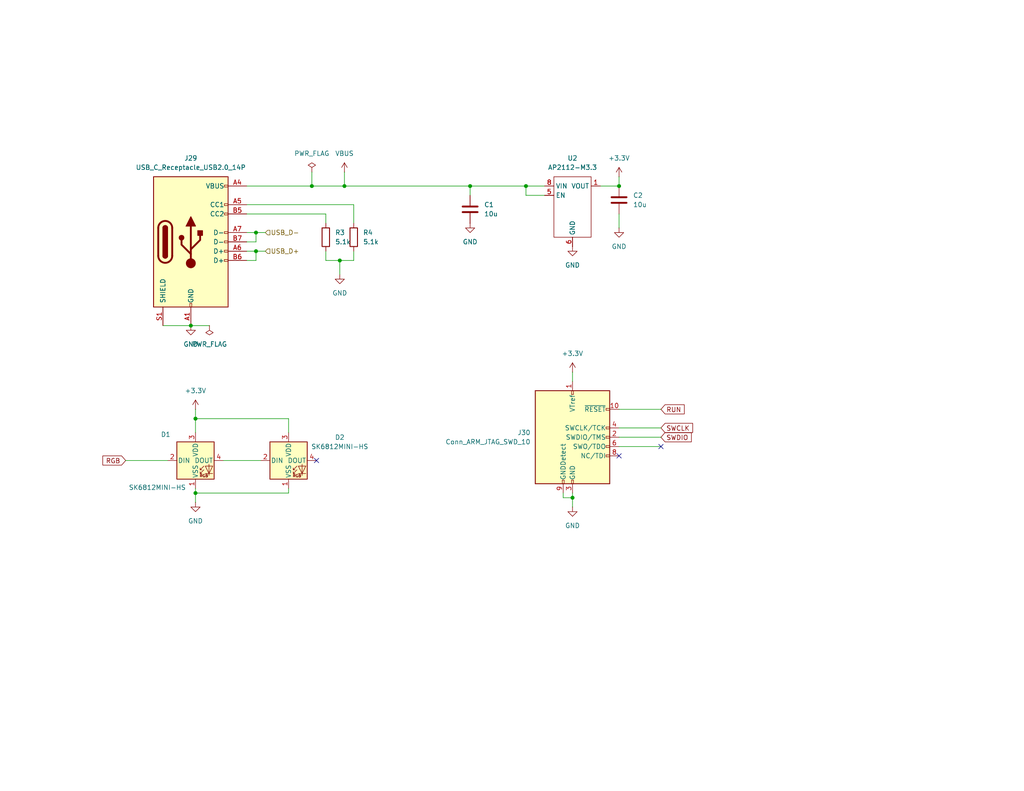
<source format=kicad_sch>
(kicad_sch (version 20231120) (generator "eeschema") (generator_version "8.0")
  (paper "A")
  (title_block (title "Jolt 2 - Left"))
  (lib_symbols
    (symbol "Connector:USB_C_Receptacle_USB2.0_14P" (pin_names (offset 1.016))
      (property "Reference" "J" (at 0 22.225 0))
      (property "Value" "USB_C_Receptacle_USB2.0_14P" (at 0 19.685 0))
      (symbol "USB_C_Receptacle_USB2.0_14P_0_0"
        (rectangle (start -0.254 -17.78) (end 0.254 -16.764))
        (rectangle (start 10.16 -4.826) (end 9.144 -5.334))
        (rectangle (start 10.16 -2.286) (end 9.144 -2.794))
        (rectangle (start 10.16 0.254) (end 9.144 -0.254))
        (rectangle (start 10.16 2.794) (end 9.144 2.286))
        (rectangle (start 10.16 7.874) (end 9.144 7.366))
        (rectangle (start 10.16 10.414) (end 9.144 9.906))
        (rectangle (start 10.16 15.494) (end 9.144 14.986))
      )
      (symbol "USB_C_Receptacle_USB2.0_14P_0_1"
        (rectangle (start -10.16 17.78) (end 10.16 -17.78) (stroke (width 0.254)) (fill (type background)))
        (arc (start -8.89 -3.81) (mid -6.985 -5.7067) (end -5.08 -3.81) (stroke (width 0.508)))
        (arc (start -7.62 -3.81) (mid -6.985 -4.4423) (end -6.35 -3.81) (stroke (width 0.254)))
        (arc (start -7.62 -3.81) (mid -6.985 -4.4423) (end -6.35 -3.81) (stroke (width 0.254)) (fill (type outline)))
        (rectangle (start -7.62 -3.81) (end -6.35 3.81) (stroke (width 0.254)) (fill (type outline)))
        (arc (start -6.35 3.81) (mid -6.985 4.4423) (end -7.62 3.81) (stroke (width 0.254)))
        (arc (start -6.35 3.81) (mid -6.985 4.4423) (end -7.62 3.81) (stroke (width 0.254)) (fill (type outline)))
        (arc (start -5.08 3.81) (mid -6.985 5.7067) (end -8.89 3.81) (stroke (width 0.508)))
        (circle (center -2.54 1.143) (radius 0.635) (stroke (width 0.254)) (fill (type outline)))
        (circle (center 0 -5.842) (radius 1.27) (fill (type outline)))
        (polyline (pts (xy -8.89 -3.81) (xy -8.89 3.81)) (stroke (width 0.508)))
        (polyline (pts (xy -5.08 3.81) (xy -5.08 -3.81)) (stroke (width 0.508)))
        (polyline (pts (xy 0 -5.842) (xy 0 4.318)) (stroke (width 0.508)))
        (polyline (pts (xy 0 -3.302) (xy -2.54 -0.762) (xy -2.54 0.508)) (stroke (width 0.508)))
        (polyline (pts (xy 0 -2.032) (xy 2.54 0.508) (xy 2.54 1.778)) (stroke (width 0.508)))
        (polyline (pts (xy -1.27 4.318) (xy 0 6.858) (xy 1.27 4.318) (xy -1.27 4.318)) (stroke (width 0.254)) (fill (type outline)))
        (rectangle (start 1.905 1.778) (end 3.175 3.048) (stroke (width 0.254)) (fill (type outline)))
      )
      (symbol "USB_C_Receptacle_USB2.0_14P_1_1"
        (pin passive line (at 0 -22.86 90) (length 5.08) (name "GND") (number "A1"))
        (pin passive line (at 0 -22.86 90) (length 5.08) hide (name "GND") (number "A12"))
        (pin passive line (at 15.24 15.24 180) (length 5.08) (name "VBUS") (number "A4"))
        (pin bidirectional line (at 15.24 10.16 180) (length 5.08) (name "CC1") (number "A5"))
        (pin bidirectional line (at 15.24 -2.54 180) (length 5.08) (name "D+") (number "A6"))
        (pin bidirectional line (at 15.24 2.54 180) (length 5.08) (name "D-") (number "A7"))
        (pin passive line (at 15.24 15.24 180) (length 5.08) hide (name "VBUS") (number "A9"))
        (pin passive line (at 0 -22.86 90) (length 5.08) hide (name "GND") (number "B1"))
        (pin passive line (at 0 -22.86 90) (length 5.08) hide (name "GND") (number "B12"))
        (pin passive line (at 15.24 15.24 180) (length 5.08) hide (name "VBUS") (number "B4"))
        (pin bidirectional line (at 15.24 7.62 180) (length 5.08) (name "CC2") (number "B5"))
        (pin bidirectional line (at 15.24 -5.08 180) (length 5.08) (name "D+") (number "B6"))
        (pin bidirectional line (at 15.24 0 180) (length 5.08) (name "D-") (number "B7"))
        (pin passive line (at 15.24 15.24 180) (length 5.08) hide (name "VBUS") (number "B9"))
        (pin passive line (at -7.62 -22.86 90) (length 5.08) (name "SHIELD") (number "S1"))
      )
    )
    (symbol "David Brown Keyboard Parts:AP2112M-3.3"
      (property "Reference" "U" (at 0 8.636 0))
      (symbol "AP2112M-3.3_0_1"
        (rectangle (start 5.08 -11.43) (end -5.08 5.08))
      )
      (symbol "AP2112M-3.3_1_1"
        (pin power_out line (at 7.62 2.54 180) (length 2.54) (name "VOUT") (number "1"))
        (pin no_connect line (at 7.62 0 180) (length 2.54) hide (name "NC2") (number "2"))
        (pin no_connect line (at 7.62 -2.54 180) (length 2.54) hide (name "NC3") (number "3"))
        (pin no_connect line (at 7.62 -5.08 180) (length 2.54) hide (name "NC4") (number "4"))
        (pin input line (at -7.62 0 0) (length 2.54) (name "EN") (number "5"))
        (pin power_in line (at 0 -13.97 90) (length 2.54) (name "GND") (number "6"))
        (pin power_in line (at 2.54 -13.97 90) (length 2.54) hide (name "GND") (number "7"))
        (pin power_in line (at -7.62 2.54 0) (length 2.54) (name "VIN") (number "8"))
      )
    )
    (symbol "David Brown Keyboard Parts:Conn_ARM_JTAG_SWD_10" (pin_names (offset 1.016))
      (property "Reference" "J3" (at -11.43 1.2701 0))
      (property "Value" "Conn_ARM_JTAG_SWD_10" (at -11.43 -1.2699 0))
      (symbol "Conn_ARM_JTAG_SWD_10_0_1"
        (rectangle (start -10.16 12.7) (end 10.16 -12.7) (stroke (width 0.254)) (fill (type background)))
        (rectangle (start -2.794 -12.7) (end -2.286 -11.684))
        (rectangle (start -0.254 -12.7) (end 0.254 -11.684))
        (rectangle (start -0.254 12.7) (end 0.254 11.684))
        (rectangle (start 9.144 2.286) (end 10.16 2.794))
        (rectangle (start 10.16 -2.794) (end 9.144 -2.286))
        (rectangle (start 10.16 -0.254) (end 9.144 0.254))
        (rectangle (start 10.16 7.874) (end 9.144 7.366))
      )
      (symbol "Conn_ARM_JTAG_SWD_10_1_1"
        (rectangle (start 9.144 -5.334) (end 10.16 -4.826))
        (pin power_in line (at 0 15.24 270) (length 2.54) (name "VTref") (number "1"))
        (pin output line (at 12.7 7.62 180) (length 2.54) (name "~{RESET}") (number "10"))
        (pin bidirectional line (at 12.7 0 180) (length 2.54) (name "SWDIO/TMS") (number "2"))
        (pin power_in line (at 0 -15.24 90) (length 2.54) (name "GND") (number "3"))
        (pin output line (at 12.7 2.54 180) (length 2.54) (name "SWCLK/TCK") (number "4"))
        (pin passive line (at 0 -15.24 90) (length 2.54) hide (name "GND") (number "5"))
        (pin input line (at 12.7 -2.54 180) (length 2.54) (name "SWO/TDO") (number "6"))
        (pin no_connect line (at -10.16 0 0) (length 2.54) hide (name "KEY") (number "7"))
        (pin output line (at 12.7 -5.08 180) (length 2.54) (name "NC/TDI") (number "8"))
        (pin passive line (at -2.54 -15.24 90) (length 2.54) (name "GNDDetect") (number "9"))
      )
    )
    (symbol "David Brown Keyboard Parts:SK6812MINI-HS" (pin_names (offset 0.254))
      (property "Reference" "D" (at 5.08 5.715 0))
      (property "Value" "SK6812MINI-HS" (at 1.27 -5.715 0))
      (symbol "SK6812MINI-HS_0_0"
        (text "RGB" (at 2.286 -4.191 0) (effects (font (size 0.762 0.762))))
      )
      (symbol "SK6812MINI-HS_0_1"
        (polyline (pts (xy 1.27 -3.556) (xy 1.778 -3.556)))
        (polyline (pts (xy 1.27 -2.54) (xy 1.778 -2.54)))
        (polyline (pts (xy 4.699 -3.556) (xy 2.667 -3.556)))
        (polyline (pts (xy 2.286 -2.54) (xy 1.27 -3.556) (xy 1.27 -3.048)))
        (polyline (pts (xy 2.286 -1.524) (xy 1.27 -2.54) (xy 1.27 -2.032)))
        (polyline (pts (xy 3.683 -1.016) (xy 3.683 -3.556) (xy 3.683 -4.064)))
        (polyline (pts (xy 4.699 -1.524) (xy 2.667 -1.524) (xy 3.683 -3.556) (xy 4.699 -1.524)))
        (rectangle (start 5.08 5.08) (end -5.08 -5.08) (stroke (width 0.254)) (fill (type background)))
      )
      (symbol "SK6812MINI-HS_1_1"
        (pin power_in line (at 0 -7.62 90) (length 2.54) (name "VSS") (number "1"))
        (pin input line (at -7.62 0 0) (length 2.54) (name "DIN") (number "2"))
        (pin power_in line (at 0 7.62 270) (length 2.54) (name "VDD") (number "3"))
        (pin output line (at 7.62 0 180) (length 2.54) (name "DOUT") (number "4"))
      )
    )
    (symbol "Device:C" (pin_numbers hide) (pin_names (offset 0.254))
      (property "Reference" "C" (at 0.635 2.54 0))
      (property "Value" "C" (at 0.635 -2.54 0))
      (symbol "C_0_1"
        (polyline (pts (xy -2.032 -0.762) (xy 2.032 -0.762)) (stroke (width 0.508)))
        (polyline (pts (xy -2.032 0.762) (xy 2.032 0.762)) (stroke (width 0.508)))
      )
      (symbol "C_1_1"
        (pin passive line (at 0 3.81 270) (length 2.794) (name "~") (number "1"))
        (pin passive line (at 0 -3.81 90) (length 2.794) (name "~") (number "2"))
      )
    )
    (symbol "Device:R" (pin_numbers hide) (pin_names (offset 0))
      (property "Reference" "R" (at 2.032 0 90))
      (property "Value" "R" (at 0 0 90))
      (symbol "R_0_1"
        (rectangle (start -1.016 -2.54) (end 1.016 2.54) (stroke (width 0.254)))
      )
      (symbol "R_1_1"
        (pin passive line (at 0 3.81 270) (length 1.27) (name "~") (number "1"))
        (pin passive line (at 0 -3.81 90) (length 1.27) (name "~") (number "2"))
      )
    )
    (symbol "SK6812MINI-HS_1" (pin_names (offset 0.254))
      (property "Reference" "D" (at 5.08 5.715 0))
      (property "Value" "SK6812MINI-HS" (at 1.27 -5.715 0))
      (symbol "SK6812MINI-HS_1_0_0"
        (text "RGB" (at 2.286 -4.191 0) (effects (font (size 0.762 0.762))))
      )
      (symbol "SK6812MINI-HS_1_0_1"
        (polyline (pts (xy 1.27 -3.556) (xy 1.778 -3.556)))
        (polyline (pts (xy 1.27 -2.54) (xy 1.778 -2.54)))
        (polyline (pts (xy 4.699 -3.556) (xy 2.667 -3.556)))
        (polyline (pts (xy 2.286 -2.54) (xy 1.27 -3.556) (xy 1.27 -3.048)))
        (polyline (pts (xy 2.286 -1.524) (xy 1.27 -2.54) (xy 1.27 -2.032)))
        (polyline (pts (xy 3.683 -1.016) (xy 3.683 -3.556) (xy 3.683 -4.064)))
        (polyline (pts (xy 4.699 -1.524) (xy 2.667 -1.524) (xy 3.683 -3.556) (xy 4.699 -1.524)))
        (rectangle (start 5.08 5.08) (end -5.08 -5.08) (stroke (width 0.254)) (fill (type background)))
      )
      (symbol "SK6812MINI-HS_1_1_1"
        (pin power_in line (at 0 -7.62 90) (length 2.54) (name "VSS") (number "1"))
        (pin input line (at -7.62 0 0) (length 2.54) (name "DIN") (number "2"))
        (pin power_in line (at 0 7.62 270) (length 2.54) (name "VDD") (number "3"))
        (pin output line (at 7.62 0 180) (length 2.54) (name "DOUT") (number "4"))
      )
    )
    (symbol "power:+3.3V" (power) (pin_numbers hide) (pin_names (offset 0) hide)
      (property "Value" "+3.3V" (at 0 3.556 0))
      (symbol "+3.3V_0_1"
        (polyline (pts (xy -0.762 1.27) (xy 0 2.54)))
        (polyline (pts (xy 0 0) (xy 0 2.54)))
        (polyline (pts (xy 0 2.54) (xy 0.762 1.27)))
      )
      (symbol "+3.3V_1_1"
        (pin power_in line (at 0 0 90) (length 0) (name "~") (number "1"))
      )
    )
    (symbol "power:GND" (power) (pin_numbers hide) (pin_names (offset 0) hide)
      (property "Value" "GND" (at 0 -3.81 0))
      (symbol "GND_0_1"
        (polyline (pts (xy 0 0) (xy 0 -1.27) (xy 1.27 -1.27) (xy 0 -2.54) (xy -1.27 -1.27) (xy 0 -1.27)))
      )
      (symbol "GND_1_1"
        (pin power_in line (at 0 0 270) (length 0) (name "~") (number "1"))
      )
    )
    (symbol "power:PWR_FLAG" (power) (pin_numbers hide) (pin_names (offset 0) hide)
      (property "Value" "PWR_FLAG" (at 0 3.81 0))
      (symbol "PWR_FLAG_0_0"
        (pin power_out line (at 0 0 90) (length 0) (name "~") (number "1"))
      )
      (symbol "PWR_FLAG_0_1"
        (polyline (pts (xy 0 0) (xy 0 1.27) (xy -1.016 1.905) (xy 0 2.54) (xy 1.016 1.905) (xy 0 1.27)))
      )
    )
    (symbol "power:VBUS" (power) (pin_numbers hide) (pin_names (offset 0) hide)
      (property "Value" "VBUS" (at 0 3.556 0))
      (symbol "VBUS_0_1"
        (polyline (pts (xy -0.762 1.27) (xy 0 2.54)))
        (polyline (pts (xy 0 0) (xy 0 2.54)))
        (polyline (pts (xy 0 2.54) (xy 0.762 1.27)))
      )
      (symbol "VBUS_1_1"
        (pin power_in line (at 0 0 90) (length 0) (name "~") (number "1"))
      )
    )
  )
  (junction (at 93.98 50.8))
  (junction (at 69.85 68.58))
  (junction (at 53.34 134.62))
  (junction (at 128.27 50.8))
  (junction (at 53.34 114.3))
  (junction (at 85.09 50.8))
  (junction (at 168.91 50.8))
  (junction (at 143.51 50.8))
  (junction (at 69.85 63.5))
  (junction (at 156.21 135.89))
  (junction (at 92.71 71.12))
  (junction (at 52.07 88.9))
  (no_connect (at 168.91 124.46))
  (no_connect (at 86.36 125.73))
  (no_connect (at 180.34 121.92))
  (wire (pts (xy 96.52 55.88) (xy 96.52 60.96)))
  (wire (pts (xy 53.34 111.76) (xy 53.34 114.3)))
  (wire (pts (xy 67.31 68.58) (xy 69.85 68.58)))
  (wire (pts (xy 78.74 118.11) (xy 78.74 114.3)))
  (wire (pts (xy 85.09 46.99) (xy 85.09 50.8)))
  (wire (pts (xy 69.85 68.58) (xy 72.39 68.58)))
  (wire (pts (xy 85.09 50.8) (xy 67.31 50.8)))
  (wire (pts (xy 88.9 71.12) (xy 92.71 71.12)))
  (wire (pts (xy 67.31 71.12) (xy 69.85 71.12)))
  (wire (pts (xy 168.91 58.42) (xy 168.91 62.23)))
  (wire (pts (xy 88.9 68.58) (xy 88.9 71.12)))
  (wire (pts (xy 156.21 101.6) (xy 156.21 104.14)))
  (wire (pts (xy 93.98 46.99) (xy 93.98 50.8)))
  (wire (pts (xy 168.91 111.76) (xy 180.34 111.76)))
  (wire (pts (xy 168.91 116.84) (xy 180.34 116.84)))
  (wire (pts (xy 156.21 135.89) (xy 156.21 138.43)))
  (wire (pts (xy 92.71 71.12) (xy 92.71 74.93)))
  (wire (pts (xy 143.51 53.34) (xy 143.51 50.8)))
  (wire (pts (xy 168.91 121.92) (xy 180.34 121.92)))
  (wire (pts (xy 78.74 133.35) (xy 78.74 134.62)))
  (wire (pts (xy 96.52 71.12) (xy 92.71 71.12)))
  (wire (pts (xy 52.07 88.9) (xy 57.15 88.9)))
  (wire (pts (xy 153.67 134.62) (xy 153.67 135.89)))
  (wire (pts (xy 67.31 66.04) (xy 69.85 66.04)))
  (wire (pts (xy 143.51 50.8) (xy 148.59 50.8)))
  (wire (pts (xy 88.9 58.42) (xy 88.9 60.96)))
  (wire (pts (xy 93.98 50.8) (xy 85.09 50.8)))
  (wire (pts (xy 156.21 134.62) (xy 156.21 135.89)))
  (wire (pts (xy 69.85 66.04) (xy 69.85 63.5)))
  (wire (pts (xy 163.83 50.8) (xy 168.91 50.8)))
  (wire (pts (xy 78.74 134.62) (xy 53.34 134.62)))
  (wire (pts (xy 67.31 55.88) (xy 96.52 55.88)))
  (wire (pts (xy 60.96 125.73) (xy 71.12 125.73)))
  (wire (pts (xy 53.34 134.62) (xy 53.34 137.16)))
  (wire (pts (xy 96.52 68.58) (xy 96.52 71.12)))
  (wire (pts (xy 153.67 135.89) (xy 156.21 135.89)))
  (wire (pts (xy 93.98 50.8) (xy 128.27 50.8)))
  (wire (pts (xy 67.31 63.5) (xy 69.85 63.5)))
  (wire (pts (xy 67.31 58.42) (xy 88.9 58.42)))
  (wire (pts (xy 168.91 119.38) (xy 180.34 119.38)))
  (wire (pts (xy 148.59 53.34) (xy 143.51 53.34)))
  (wire (pts (xy 69.85 63.5) (xy 72.39 63.5)))
  (wire (pts (xy 53.34 114.3) (xy 53.34 118.11)))
  (wire (pts (xy 78.74 114.3) (xy 53.34 114.3)))
  (wire (pts (xy 69.85 71.12) (xy 69.85 68.58)))
  (wire (pts (xy 34.29 125.73) (xy 45.72 125.73)))
  (wire (pts (xy 168.91 48.26) (xy 168.91 50.8)))
  (wire (pts (xy 53.34 133.35) (xy 53.34 134.62)))
  (wire (pts (xy 128.27 50.8) (xy 128.27 53.34)))
  (wire (pts (xy 44.45 88.9) (xy 52.07 88.9)))
  (wire (pts (xy 128.27 50.8) (xy 143.51 50.8)))
  (global_label "SWCLK" (shape input) (at 180.34 116.84 0) (property "Intersheetrefs" "${INTERSHEET_REFS}" (effects (hide yes))))
  (global_label "RGB" (shape input) (at 34.29 125.73 180) (property "Intersheetrefs" "${INTERSHEET_REFS}" (effects (hide yes))))
  (global_label "SWDIO" (shape input) (at 180.34 119.38 0) (property "Intersheetrefs" "${INTERSHEET_REFS}" (effects (hide yes))))
  (global_label "RUN" (shape input) (at 180.34 111.76 0) (property "Intersheetrefs" "${INTERSHEET_REFS}" (effects (hide yes))))
  (hierarchical_label "USB_D+" (shape input) (at 72.39 68.58 0))
  (hierarchical_label "USB_D-" (shape input) (at 72.39 63.5 0))
  (symbol (lib_id "David Brown Keyboard Parts:SK6812MINI-HS") (at 78.74 125.73 0) (unit 1)
    (property "Reference" "D2" (at 92.71 119.4114 0))
    (property "Value" "SK6812MINI-HS" (at 92.71 121.9514 0))
    (property "Footprint" "davidb-keyboard-foot:SK6812-MINI-HS" (effects (hide yes)))
    (property "Datasheet" "https://cdn-shop.adafruit.com/product-files/2686/SK6812MINI_REV.01-1-2.pdf" (effects (hide yes)))
    (property "Description" "RGB LED with integrated controller" (effects (hide yes)))
  )
  (symbol (lib_id "power:GND") (at 92.71 74.93 0) (unit 1)
    (property "Reference" "#PWR06" (effects (hide yes)))
    (property "Value" "GND" (at 92.71 80.01 0))
    (property "Description" "Power symbol creates a global label with name \"GND\" , ground" (effects (hide yes)))
  )
  (symbol (lib_id "David Brown Keyboard Parts:AP2112M-3.3") (at 156.21 53.34 0) (unit 1)
    (property "Reference" "U2" (at 156.21 43.18 0))
    (property "Value" "AP2112-M3.3" (at 156.21 45.72 0))
    (property "Footprint" "davidb-keyboard-foot:AP2112M-SO8" (effects (hide yes)))
  )
  (symbol (lib_id "Device:C") (at 128.27 57.15 0) (unit 1)
    (property "Reference" "C1" (at 132.08 55.8799 0) (effects (justify left)))
    (property "Value" "10u" (at 132.08 58.4199 0) (effects (justify left)))
    (property "Footprint" "Capacitor_SMD:C_0402_1005Metric" (effects (hide yes)))
    (property "Description" "Unpolarized capacitor" (effects (hide yes)))
  )
  (symbol (lib_id "power:GND") (at 156.21 138.43 0) (unit 1)
    (property "Reference" "#PWR026" (effects (hide yes)))
    (property "Value" "GND" (at 156.21 143.51 0))
    (property "Description" "Power symbol creates a global label with name \"GND\" , ground" (effects (hide yes)))
  )
  (symbol (lib_id "power:GND") (at 53.34 137.16 0) (unit 1)
    (property "Reference" "#PWR024" (effects (hide yes)))
    (property "Value" "GND" (at 53.34 142.24 0))
    (property "Description" "Power symbol creates a global label with name \"GND\" , ground" (effects (hide yes)))
  )
  (symbol (lib_id "power:+3.3V") (at 53.34 111.76 0) (unit 1)
    (property "Reference" "#PWR023" (effects (hide yes)))
    (property "Value" "+3.3V" (at 53.34 106.68 0))
    (property "Description" "Power symbol creates a global label with name \"+3.3V\"" (effects (hide yes)))
  )
  (symbol (lib_id "power:GND") (at 128.27 60.96 0) (unit 1)
    (property "Reference" "#PWR03" (effects (hide yes)))
    (property "Value" "GND" (at 128.27 66.04 0))
    (property "Description" "Power symbol creates a global label with name \"GND\" , ground" (effects (hide yes)))
  )
  (symbol (lib_id "Device:R") (at 96.52 64.77 0) (unit 1)
    (property "Reference" "R4" (at 99.06 63.4999 0) (effects (justify left)))
    (property "Value" "5.1k" (at 99.06 66.0399 0) (effects (justify left)))
    (property "Footprint" "Resistor_SMD:R_0402_1005Metric" (effects (hide yes)))
    (property "Description" "Resistor" (effects (hide yes)))
  )
  (symbol (lib_id "power:+3.3V") (at 168.91 48.26 0) (unit 1)
    (property "Reference" "#PWR05" (effects (hide yes)))
    (property "Value" "+3.3V" (at 168.91 43.18 0))
    (property "Description" "Power symbol creates a global label with name \"+3.3V\"" (effects (hide yes)))
  )
  (symbol (lib_id "power:GND") (at 52.07 88.9 0) (unit 1)
    (property "Reference" "#PWR01" (effects (hide yes)))
    (property "Value" "GND" (at 52.07 93.98 0))
    (property "Description" "Power symbol creates a global label with name \"GND\" , ground" (effects (hide yes)))
  )
  (symbol (lib_id "power:GND") (at 168.91 62.23 0) (unit 1)
    (property "Reference" "#PWR020" (effects (hide yes)))
    (property "Value" "GND" (at 168.91 67.31 0))
    (property "Description" "Power symbol creates a global label with name \"GND\" , ground" (effects (hide yes)))
  )
  (symbol (lib_id "power:+3.3V") (at 156.21 101.6 0) (unit 1)
    (property "Reference" "#PWR025" (effects (hide yes)))
    (property "Value" "+3.3V" (at 156.21 96.52 0))
    (property "Description" "Power symbol creates a global label with name \"+3.3V\"" (effects (hide yes)))
  )
  (symbol (lib_id "power:PWR_FLAG") (at 85.09 46.99 0) (unit 1)
    (property "Reference" "#FLG02" (effects (hide yes)))
    (property "Value" "PWR_FLAG" (at 85.09 41.91 0))
    (property "Description" "Special symbol for telling ERC where power comes from" (effects (hide yes)))
  )
  (symbol (lib_id "power:VBUS") (at 93.98 46.99 0) (unit 1)
    (property "Reference" "#PWR02" (effects (hide yes)))
    (property "Value" "VBUS" (at 93.98 41.91 0))
    (property "Description" "Power symbol creates a global label with name \"VBUS\"" (effects (hide yes)))
  )
  (symbol (lib_id "Connector:USB_C_Receptacle_USB2.0_14P") (at 52.07 66.04 0) (unit 1)
    (property "Reference" "J29" (at 52.07 43.18 0))
    (property "Value" "USB_C_Receptacle_USB2.0_14P" (at 52.07 45.72 0))
    (property "Footprint" "davidb-keyboard-foot:USB_C_Receptacle_GCT_USB4085" (effects (hide yes)))
    (property "Datasheet" "https://www.usb.org/sites/default/files/documents/usb_type-c.zip" (effects (hide yes)))
    (property "Description" "USB 2.0-only 14P Type-C Receptacle connector" (effects (hide yes)))
  )
  (symbol (lib_id "power:GND") (at 156.21 67.31 0) (unit 1)
    (property "Reference" "#PWR04" (effects (hide yes)))
    (property "Value" "GND" (at 156.21 72.39 0))
    (property "Description" "Power symbol creates a global label with name \"GND\" , ground" (effects (hide yes)))
  )
  (symbol (lib_id "power:PWR_FLAG") (at 57.15 88.9 180) (unit 1)
    (property "Reference" "#FLG01" (effects (hide yes)))
    (property "Value" "PWR_FLAG" (at 57.15 93.98 0))
    (property "Description" "Special symbol for telling ERC where power comes from" (effects (hide yes)))
  )
  (symbol (lib_id "Device:R") (at 88.9 64.77 0) (unit 1)
    (property "Reference" "R3" (at 91.44 63.4999 0) (effects (justify left)))
    (property "Value" "5.1k" (at 91.44 66.0399 0) (effects (justify left)))
    (property "Footprint" "Resistor_SMD:R_0402_1005Metric" (effects (hide yes)))
    (property "Description" "Resistor" (effects (hide yes)))
  )
  (symbol (lib_name "SK6812MINI-HS_1") (lib_id "David Brown Keyboard Parts:SK6812MINI-HS") (at 53.34 125.73 0) (unit 1)
    (property "Reference" "D1" (at 45.212 118.618 0))
    (property "Value" "SK6812MINI-HS" (at 42.926 133.096 0))
    (property "Footprint" "davidb-keyboard-foot:SK6812-MINI-HS" (effects (hide yes)))
    (property "Datasheet" "https://cdn-shop.adafruit.com/product-files/2686/SK6812MINI_REV.01-1-2.pdf" (effects (hide yes)))
    (property "Description" "RGB LED with integrated controller" (effects (hide yes)))
  )
  (symbol (lib_id "David Brown Keyboard Parts:Conn_ARM_JTAG_SWD_10") (at 156.21 119.38 0) (unit 1)
    (property "Reference" "J30" (at 144.78 118.1099 0) (effects (justify right)))
    (property "Value" "Conn_ARM_JTAG_SWD_10" (at 144.78 120.6499 0) (effects (justify right)))
    (property "Footprint" "davidb-keyboard-foot:Cortex-M-Debug10" (effects (hide yes)))
    (property "Datasheet" "http://infocenter.arm.com/help/topic/com.arm.doc.ddi0314h/DDI0314H_coresight_components_trm.pdf" (effects (hide yes)))
    (property "Description" "Cortex Debug Connector, standard ARM Cortex-M SWD and JTAG interface" (effects (hide yes)))
  )
  (symbol (lib_id "Device:C") (at 168.91 54.61 0) (unit 1)
    (property "Reference" "C2" (at 172.72 53.3399 0) (effects (justify left)))
    (property "Value" "10u" (at 172.72 55.8799 0) (effects (justify left)))
    (property "Footprint" "Capacitor_SMD:C_0402_1005Metric" (effects (hide yes)))
    (property "Description" "Unpolarized capacitor" (effects (hide yes)))
  )
)
</source>
